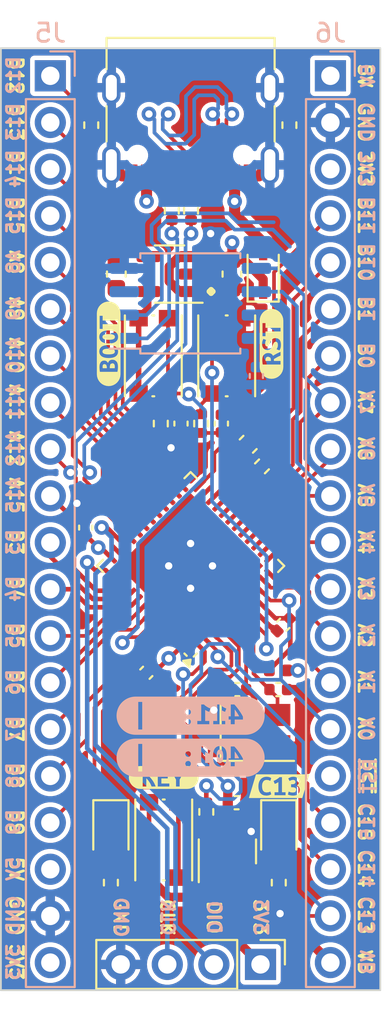
<source format=kicad_pcb>
(kicad_pcb (version 20240108) (generator "pcbnew") (generator_version "8.0")
  (layers (0 "F.Cu" signal) (1 "In1.Cu" signal) (2 "In2.Cu" signal) (31 "B.Cu" signal) (34 "B.Paste" user) (35 "F.Paste" user) (36 "B.SilkS" user "B.Silkscreen") (37 "F.SilkS" user "F.Silkscreen") (38 "B.Mask" user) (39 "F.Mask" user) (44 "Edge.Cuts" user))
  (net 0 "")
  (net 1 "GND")
  (net 2 "/XIN")
  (net 3 "/XOUT")
  (net 4 "/PC14")
  (net 5 "/PC15")
  (net 6 "/~{NRST}")
  (net 7 "VCC")
  (net 8 "+3V3")
  (net 9 "VBAT")
  (net 10 "VDDA")
  (net 11 "VBUS")
  (net 12 "Net-(D2-A)")
  (net 13 "Net-(D3-A)")
  (net 14 "/VB")
  (net 15 "Net-(J1-CC1)")
  (net 17 "Net-(J1-CC2)")
  (net 19 "/PA13")
  (net 20 "/PA14")
  (net 21 "/PB12")
  (net 22 "/PB13")
  (net 23 "/PB14")
  (net 24 "/PB15")
  (net 25 "/PA8")
  (net 26 "/PA9")
  (net 27 "/PA10")
  (net 28 "/PA15")
  (net 29 "/PB3")
  (net 30 "/PB4")
  (net 31 "/PB5")
  (net 32 "/PB6")
  (net 33 "/PB7")
  (net 34 "/PB8")
  (net 35 "/PB9")
  (net 36 "/PB10")
  (net 37 "/PB1")
  (net 38 "/PB0")
  (net 39 "/MEM_MOSI")
  (net 40 "/MEM_MISO")
  (net 41 "/MEM_CLK")
  (net 42 "/PA4")
  (net 43 "/PA3")
  (net 44 "/PA2")
  (net 45 "/PA1")
  (net 46 "/PA0")
  (net 47 "/PC13")
  (net 48 "/BOOT0")
  (net 49 "/PB2")
  (net 50 "Net-(R10-Pad2)")
  (net 52 "/D+")
  (net 53 "/D-")
  (net 54 "Net-(U6-VCAP1)")
  (net 55 "/USB_DP")
  (net 56 "/USB_DN")
  (footprint "Capacitor_SMD:C_0402_1005Metric" (layer "F.Cu") (at 152.6712 118.3232)
    (property "Reference" "C9" (hide yes))
    (property "Value" "100n")
  )
  (footprint "Resistor_SMD:R_0402_1005Metric" (layer "F.Cu") (at 154.056024 100.020176 45)
    (property "Reference" "R9" (hide yes))
    (property "Value" "10K")
  )
  (footprint "Resistor_SMD:R_0402_1005Metric" (layer "F.Cu") (at 148.5412 97.691 -90)
    (property "Reference" "R6" (hide yes))
    (property "Value" "10K")
  )
  (footprint "Capacitor_SMD:C_0402_1005Metric" (layer "F.Cu") (at 144.4498 103.3526 90)
    (property "Reference" "C10" (hide yes))
    (property "Value" "100n")
  )
  (footprint "Capacitor_SMD:C_0402_1005Metric" (layer "F.Cu") (at 154.9426 112.1664 180)
    (property "Reference" "C2" (hide yes))
    (property "Value" "20p")
  )
  (footprint "Package_DFN_QFN:QFN-48-1EP_7x7mm_P0.5mm_EP5.6x5.6mm" (layer "F.Cu") (at 150.1648 105.4354 135)
    (property "Reference" "U6" (hide yes))
    (property "Value" "STM32F411CEUx")
  )
  (footprint "Button_Switch_SMD:SW_Push_1P1T_NO_CK_KMR2" (layer "F.Cu") (at 148.7 120.35 -90)
    (property "Reference" "SW3" (hide yes))
    (property "Value" "SW_Push")
  )
  (footprint "Connector_PinHeader_2.54mm:PinHeader_1x04_P2.54mm_Vertical" (layer "F.Cu") (at 153.9748 127.124 -90)
    (property "Reference" "J7" (hide yes))
    (property "Value" "ST-LINK")
  )
  (footprint "kibuzzard-63FDCD3E" (layer "F.Cu") (at 154.9908 117.4242)
    (property "Reference" "kibuzzard-63FDCD3E" (hide yes))
    (property "Value" "G***" (hide yes))
  )
  (footprint "Capacitor_SMD:C_0402_1005Metric" (layer "F.Cu") (at 149.6412 97.691 -90)
    (property "Reference" "C5" (hide yes))
    (property "Value" "100n")
  )
  (footprint "kibuzzard-63FDC3E6" (layer "F.Cu") (at 148.7 116.95)
    (property "Reference" "kibuzzard-63FDC3E6" (hide yes))
    (property "Value" "G***" (hide yes))
  )
  (footprint "Crystal:Crystal_SMD_3225-4Pin_3.2x2.5mm" (layer "F.Cu") (at 153.8026 114.3984)
    (property "Reference" "Y2" (hide yes))
    (property "Value" "8MHz")
  )
  (footprint "Capacitor_SMD:C_0603_1608Metric" (layer "F.Cu") (at 153.303608 98.816792 45)
    (property "Reference" "C14" (hide yes))
    (property "Value" "22u")
  )
  (footprint "Button_Switch_SMD:SW_Push_1P1T_NO_CK_KMR2" (layer "F.Cu") (at 148.1328 94.0054 90)
    (property "Reference" "SW1" (hide yes))
    (property "Value" "SW_Push")
  )
  (footprint "Inductor_SMD:L_0402_1005Metric" (layer "F.Cu") (at 154.94 111.125)
    (property "Reference" "FB2" (hide yes))
    (property "Value" "1K 100MHz")
  )
  (footprint "LED_SMD:LED_0805_2012Metric" (layer "F.Cu") (at 154.9712 119.8732 -90)
    (property "Reference" "D3" (hide yes))
    (property "Value" "GREEN")
  )
  (footprint "Capacitor_SMD:C_0402_1005Metric" (layer "F.Cu") (at 151.8412 97.691 90)
    (property "Reference" "C11" (hide yes))
    (property "Value" "100n")
  )
  (footprint "Button_Switch_SMD:SW_Push_1P1T_NO_CK_KMR2" (layer "F.Cu") (at 152.1328 94.0054 90)
    (property "Reference" "SW2" (hide yes))
    (property "Value" "SW_Push")
  )
  (footprint "Resistor_SMD:R_0402_1005Metric" (layer "F.Cu") (at 150.7412 97.691 -90)
    (property "Reference" "R5" (hide yes))
    (property "Value" "10K")
  )
  (footprint "Connector_USB:USB_C_Receptacle_G-Switch_GT-USB-7010ASV" (layer "F.Cu") (at 150.1648 80.48783 180)
    (property "Reference" "J1" (hide yes))
    (property "Value" "USB_C_Receptacle_USB2.0")
  )
  (footprint "Resistor_SMD:R_0402_1005Metric" (layer "F.Cu") (at 144.75 81.45 90)
    (property "Reference" "R2" (hide yes))
    (property "Value" "5K1")
  )
  (footprint "Resistor_SMD:R_0402_1005Metric" (layer "F.Cu") (at 154.9712 122.6732 -90)
    (property "Reference" "R8" (hide yes))
    (property "Value" "2K2")
  )
  (footprint "Resistor_SMD:R_0402_1005Metric" (layer "F.Cu") (at 150.1902 86.106 -90)
    (property "Reference" "R3" (hide yes))
    (property "Value" "22R")
  )
  (footprint "kibuzzard-63FDC36C" (layer "F.Cu") (at 145.7 93.35 90)
    (property "Reference" "kibuzzard-63FDC36C" (hide yes))
    (property "Value" "G***" (hide yes))
  )
  (footprint "Capacitor_SMD:C_0402_1005Metric" (layer "F.Cu") (at 155.2194 108.6358 -135)
    (property "Reference" "C13" (hide yes))
    (property "Value" "100n")
  )
  (footprint "Capacitor_SMD:C_0402_1005Metric" (layer "F.Cu") (at 150.05 113.25 180)
    (property "Reference" "C4" (hide yes))
    (property "Value" "22p")
  )
  (footprint "Crystal:Crystal_SMD_3215-2Pin_3.2x1.5mm" (layer "F.Cu") (at 149.1 114.95)
    (property "Reference" "Y1" (hide yes))
    (property "Value" "32.768KHz")
  )
  (footprint "Capacitor_SMD:C_0402_1005Metric" (layer "F.Cu") (at 147.7518 111.252 -135)
    (property "Reference" "C12" (hide yes))
    (property "Value" "100n")
  )
  (footprint "LED_SMD:LED_0805_2012Metric" (layer "F.Cu") (at 145.8212 119.8732 -90)
    (property "Reference" "D2" (hide yes))
    (property "Value" "RED")
  )
  (footprint "Resistor_SMD:R_0402_1005Metric" (layer "F.Cu") (at 145.8212 122.6732 -90)
    (property "Reference" "R7" (hide yes))
    (property "Value" "2K2")
  )
  (footprint "Diode_SMD:D_SOD-323" (layer "F.Cu") (at 154.1206 89.5554 90)
    (property "Reference" "D1" (hide yes))
    (property "Value" "1N5819")
  )
  (footprint "Package_TO_SOT_SMD:SOT-23-5" (layer "F.Cu") (at 149.018 89.5554 180)
    (property "Reference" "U1" (hide yes))
    (property "Value" "SPX3819M5-L-3-3")
  )
  (footprint "Resistor_SMD:R_0402_1005Metric" (layer "F.Cu") (at 155.55 81.45 90)
    (property "Reference" "R1" (hide yes))
    (property "Value" "5K1")
  )
  (footprint "Capacitor_SMD:C_0603_1608Metric" (layer "F.Cu") (at 146.118 89.5554 90)
    (property "Reference" "C7" (hide yes))
    (property "Value" "10u")
  )
  (footprint "Package_TO_SOT_SMD:SOT-23" (layer "F.Cu") (at 152.1712 120.9732 90)
    (property "Reference" "D4" (hide yes))
    (property "Value" "BAT54C")
  )
  (footprint "kibuzzard-63FDC37C" (layer "F.Cu") (at 154.575 93.35 90)
    (property "Reference" "kibuzzard-63FDC37C" (hide yes))
    (property "Value" "G***" (hide yes))
  )
  (footprint "Resistor_SMD:R_0402_1005Metric" (layer "F.Cu") (at 151.0212 118.8232 -90)
    (property "Reference" "R10" (hide yes))
    (property "Value" "330R")
  )
  (footprint "Capacitor_SMD:C_0402_1005Metric" (layer "F.Cu") (at 148.1 113.25)
    (property "Reference" "C3" (hide yes))
    (property "Value" "22p")
  )
  (footprint "Capacitor_SMD:C_0402_1005Metric" (layer "F.Cu") (at 152.7126 112.1664)
    (property "Reference" "C1" (hide yes))
    (property "Value" "20p")
  )
  (footprint "Resistor_SMD:R_0402_1005Metric" (layer "F.Cu") (at 149.14 86.106 -90)
    (property "Reference" "R4" (hide yes))
    (property "Value" "22R")
  )
  (footprint "Capacitor_SMD:C_0603_1608Metric" (layer "F.Cu") (at 152.418 89.5554 -90)
    (property "Reference" "C6" (hide yes))
    (property "Value" "4u7")
  )
  (footprint "Capacitor_SMD:C_0402_1005Metric" (layer "B.Cu") (at 153.75 95.1 90)
    (property "Reference" "C8" (hide yes))
    (property "Value" "100n")
  )
  (footprint "kibuzzard-663AE55A" (layer "B.Cu") (at 150.1648 115.8748 180)
    (property "Reference" "kibuzzard-663AE55A" (hide yes))
    (property "Value" "G***" (hide yes))
  )
  (footprint "Connector_PinHeader_2.54mm:PinHeader_1x20_P2.54mm_Vertical" (layer "B.Cu") (at 142.5194 78.7654 180)
    (property "Reference" "J5")
    (property "Value" "GPIO")
  )
  (footprint "Connector_PinHeader_2.54mm:PinHeader_1x20_P2.54mm_Vertical" (layer "B.Cu") (at 157.7848 78.7654 180)
    (property "Reference" "J6")
    (property "Value" "GPIO")
  )
  (footprint "Package_SO:SOIC-8_5.23x5.23mm_P1.27mm" (layer "B.Cu") (at 150.15 91.15)
    (property "Reference" "U2" (hide yes))
    (property "Value" "W25Q32JVSS")
  )
  (footprint "kibuzzard-663AE56E" (layer "B.Cu") (at 150.1648 113.5888 180)
    (property "Reference" "kibuzzard-663AE56E" (hide yes))
    (property "Value" "G***" (hide yes))
  )
  (gr_line (start 160.5028 128.5254) (end 160.5028 77.2654) (stroke (width 0.1)) (layer "Edge.Cuts"))
  (gr_line (start 139.8268 128.5254) (end 160.5028 128.5254) (stroke (width 0.1)) (layer "Edge.Cuts"))
  (gr_line (start 139.8268 128.5254) (end 139.8268 77.2654) (stroke (width 0.1)) (layer "Edge.Cuts"))
  (gr_line (start 139.8268 77.2654) (end 160.5028 77.2654) (stroke (width 0.1)) (layer "Edge.Cuts"))
  (gr_text "A3" (at 159.8422 106.69 90) (layer "B.SilkS") (effects (font (size 0.7 0.7)) (justify mirror)))
  (gr_text "A9" (at 140.5128 91.44 -270) (layer "B.SilkS") (effects (font (size 0.7 0.7)) (justify mirror)))
  (gr_text "5V" (at 159.8422 78.75 -270) (layer "B.SilkS") (effects (font (size 0.7 0.7)) (justify mirror)))
  (gr_text "CLK" (at 148.92 124.5616 -90) (layer "B.SilkS") (effects (font (size 0.7 0.7)) (justify mirror)))
  (gr_text "3V3" (at 154 124.5616 -90) (layer "B.SilkS") (effects (font (size 0.7 0.7)) (justify mirror)))
  (gr_text "GND" (at 140.5128 124.46 -270) (layer "B.SilkS") (effects (font (size 0.7 0.7)) (justify mirror)))
  (gr_text "B11" (at 159.8422 86.37 90) (layer "B.SilkS") (effects (font (size 0.7 0.7)) (justify mirror)))
  (gr_text "GND" (at 146.38 124.5616 -90) (layer "B.SilkS") (effects (font (size 0.7 0.7)) (justify mirror)))
  (gr_text "A5" (at 159.8422 101.61 90) (layer "B.SilkS") (effects (font (size 0.7 0.7)) (justify mirror)))
  (gr_text "A8" (at 140.5128 88.9 -270) (layer "B.SilkS") (effects (font (size 0.7 0.7)) (justify mirror)))
  (gr_text "C13" (at 159.8422 124.45 -270) (layer "B.SilkS") (effects (font (size 0.7 0.7)) (justify mirror)))
  (gr_text "A0" (at 159.8422 114.31 90) (layer "B.SilkS") (effects (font (size 0.7 0.7)) (justify mirror)))
  (gr_text "B12" (at 140.5128 78.74 -270) (layer "B.SilkS") (effects (font (size 0.7 0.7)) (justify mirror)))
  (gr_text "B10" (at 159.8422 88.91 90) (layer "B.SilkS") (effects (font (size 0.7 0.7)) (justify mirror)))
  (gr_text "A11" (at 140.5128 96.52 -270) (layer "B.SilkS") (effects (font (size 0.7 0.7)) (justify mirror)))
  (gr_text "DIO" (at 151.46 124.5616 -90) (layer "B.SilkS") (effects (font (size 0.7 0.7)) (justify mirror)))
  (gr_text "A12" (at 140.5128 99.06 -270) (layer "B.SilkS") (effects (font (size 0.7 0.7)) (justify mirror)))
  (gr_text "B5" (at 140.5128 109.22 -270) (layer "B.SilkS") (effects (font (size 0.7 0.7)) (justify mirror)))
  (gr_text "B6" (at 140.5128 111.76 -270) (layer "B.SilkS") (effects (font (size 0.7 0.7)) (justify mirror)))
  (gr_text "3V3" (at 159.8422 83.83 -270) (layer "B.SilkS") (effects (font (size 0.7 0.7)) (justify mirror)))
  (gr_text "A4" (at 159.8422 104.15 90) (layer "B.SilkS") (effects (font (size 0.7 0.7)) (justify mirror)))
  (gr_text "3V3" (at 140.5128 127 -270) (layer "B.SilkS") (effects (font (size 0.7 0.7)) (justify mirror)))
  (gr_text "A10" (at 140.5128 93.98 -270) (layer "B.SilkS") (effects (font (size 0.7 0.7)) (justify mirror)))
  (gr_text "A2" (at 159.8422 109.23 90) (layer "B.SilkS") (effects (font (size 0.7 0.7)) (justify mirror)))
  (gr_text "C15" (at 159.8422 119.37 -270) (layer "B.SilkS") (effects (font (size 0.7 0.7)) (justify mirror)))
  (gr_text "5V" (at 140.5128 121.92 -270) (layer "B.SilkS") (effects (font (size 0.7 0.7)) (justify mirror)))
  (gr_text "B15" (at 140.5128 86.36 -270) (layer "B.SilkS") (effects (font (size 0.7 0.7)) (justify mirror)))
  (gr_text "A6" (at 159.8422 99.07 90) (layer "B.SilkS") (effects (font (size 0.7 0.7)) (justify mirror)))
  (gr_text "A7" (at 159.8422 96.53 90) (layer "B.SilkS") (effects (font (size 0.7 0.7)) (justify mirror)))
  (gr_text "B14" (at 140.5128 83.82 -270) (layer "B.SilkS") (effects (font (size 0.7 0.7)) (justify mirror)))
  (gr_text "B1" (at 159.8422 91.45 90) (layer "B.SilkS") (effects (font (size 0.7 0.7)) (justify mirror)))
  (gr_text "B13" (at 140.5128 81.28 -270) (layer "B.SilkS") (effects (font (size 0.7 0.7)) (justify mirror)))
  (gr_text "B0" (at 159.8422 93.99 90) (layer "B.SilkS") (effects (font (size 0.7 0.7)) (justify mirror)))
  (gr_text "B3" (at 140.5128 104.14 -270) (layer "B.SilkS") (effects (font (size 0.7 0.7)) (justify mirror)))
  (gr_text "B8" (at 140.5128 116.84 -270) (layer "B.SilkS") (effects (font (size 0.7 0.7)) (justify mirror)))
  (gr_text "B7" (at 140.5128 114.3 -270) (layer "B.SilkS") (effects (font (size 0.7 0.7)) (justify mirror)))
  (gr_text "VB" (at 159.8422 127.01 -270) (layer "B.SilkS") (effects (font (size 0.7 0.7)) (justify mirror)))
  (gr_text "A15" (at 140.5128 101.6 -270) (layer "B.SilkS") (effects (font (size 0.7 0.7)) (justify mirror)))
  (gr_text "C14" (at 159.8422 121.91 -270) (layer "B.SilkS") (effects (font (size 0.7 0.7)) (justify mirror)))
  (gr_text "~{RST}" (at 159.9438 116.8654 -270) (layer "B.SilkS") (effects (font (size 0.7 0.7)) (justify mirror)))
  (gr_text "A1" (at 159.8422 111.77 90) (layer "B.SilkS") (effects (font (size 0.7 0.7)) (justify mirror)))
  (gr_text "GND" (at 159.8422 81.29 -270) (layer "B.SilkS") (effects (font (size 0.7 0.7)) (justify mirror)))
  (gr_text "B4" (at 140.5128 106.68 -270) (layer "B.SilkS") (effects (font (size 0.7 0.7)) (justify mirror)))
  (gr_text "B9" (at 140.5128 119.38 -270) (layer "B.SilkS") (effects (font (size 0.7 0.7)) (justify mirror)))
  (gr_text "A6" (at 159.6644 99.07 -90) (layer "F.SilkS") (effects (font (size 0.7 0.7))))
  (gr_text "B4" (at 140.6652 106.69 270) (layer "F.SilkS") (effects (font (size 0.7 0.7))))
  (gr_text "B8" (at 140.6652 116.85 270) (layer "F.SilkS") (effects (font (size 0.7 0.7))))
  (gr_text "DIO" (at 151.43 124.5616 270) (layer "F.SilkS") (effects (font (size 0.7 0.7))))
  (gr_text "VB" (at 159.6644 127.01 270) (layer "F.SilkS") (effects (font (size 0.7 0.7))))
  (gr_text "A5" (at 159.6644 101.61 -90) (layer "F.SilkS") (effects (font (size 0.7 0.7))))
  (gr_text "GND" (at 140.6652 124.47 270) (layer "F.SilkS") (effects (font (size 0.7 0.7))))
  (gr_text "B9" (at 140.6652 119.39 270) (layer "F.SilkS") (effects (font (size 0.7 0.7))))
  (gr_text "B6" (at 140.6652 111.77 270) (layer "F.SilkS") (effects (font (size 0.7 0.7))))
  (gr_text "A8" (at 140.6652 88.91 270) (layer "F.SilkS") (effects (font (size 0.7 0.7))))
  (gr_text "B3" (at 140.6652 104.15 270) (layer "F.SilkS") (effects (font (size 0.7 0.7))))
  (gr_text "GND" (at 159.6644 81.29 270) (layer "F.SilkS") (effects (font (size 0.7 0.7))))
  (gr_text "GND" (at 146.35 124.5616 270) (layer "F.SilkS") (effects (font (size 0.7 0.7))))
  (gr_text "A1" (at 159.6644 111.77 -90) (layer "F.SilkS") (effects (font (size 0.7 0.7))))
  (gr_text "." (at 151.2824 89.6874 0) (layer "F.SilkS") (effects (font (size 2 2) (thickness 0.3))))
  (gr_text "B14" (at 140.6652 83.83 270) (layer "F.SilkS") (effects (font (size 0.7 0.7))))
  (gr_text "C13" (at 159.6644 124.45 270) (layer "F.SilkS") (effects (font (size 0.7 0.7))))
  (gr_text "5V" (at 159.6644 78.75 270) (layer "F.SilkS") (effects (font (size 0.7 0.7))))
  (gr_text "CLK" (at 148.89 124.5616 270) (layer "F.SilkS") (effects (font (size 0.7 0.7))))
  (gr_text "~{RST}" (at 159.6644 116.8654 270) (layer "F.SilkS") (effects (font (size 0.7 0.7))))
  (gr_text "B7" (at 140.6652 114.31 270) (layer "F.SilkS") (effects (font (size 0.7 0.7))))
  (gr_text "B0" (at 159.6644 93.99 -90) (layer "F.SilkS") (effects (font (size 0.7 0.7))))
  (gr_text "B13" (at 140.6652 81.29 270) (layer "F.SilkS") (effects (font (size 0.7 0.7))))
  (gr_text "B11" (at 159.6644 86.37 -90) (layer "F.SilkS") (effects (font (size 0.7 0.7))))
  (gr_text "B12" (at 140.6652 78.75 270) (layer "F.SilkS") (effects (font (size 0.7 0.7))))
  (gr_text "C14" (at 159.6644 121.91 270) (layer "F.SilkS") (effects (font (size 0.7 0.7))))
  (gr_text "A12" (at 140.6652 99.07 270) (layer "F.SilkS") (effects (font (size 0.7 0.7))))
  (gr_text "B1" (at 159.6644 91.45 -90) (layer "F.SilkS") (effects (font (size 0.7 0.7))))
  (gr_text "A11" (at 140.6652 96.53 270) (layer "F.SilkS") (effects (font (size 0.7 0.7))))
  (gr_text "A7" (at 159.6644 96.53 -90) (layer "F.SilkS") (effects (font (size 0.7 0.7))))
  (gr_text "5V" (at 140.6652 121.93 270) (layer "F.SilkS") (effects (font (size 0.7 0.7))))
  (gr_text "A3" (at 159.6644 106.69 -90) (layer "F.SilkS") (effects (font (size 0.7 0.7))))
  (gr_text "A2" (at 159.6644 109.23 -90) (layer "F.SilkS") (effects (font (size 0.7 0.7))))
  (gr_text "A15" (at 140.6652 101.61 270) (layer "F.SilkS") (effects (font (size 0.7 0.7))))
  (gr_text "A9" (at 140.6652 91.45 270) (layer "F.SilkS") (effects (font (size 0.7 0.7))))
  (gr_text "3V3" (at 140.6652 127.01 270) (layer "F.SilkS") (effects (font (size 0.7 0.7))))
  (gr_text "A4" (at 159.6644 104.15 -90) (layer "F.SilkS") (effects (font (size 0.7 0.7))))
  (gr_text "3V3" (at 159.6644 83.83 270) (layer "F.SilkS") (effects (font (size 0.7 0.7))))
  (gr_text "A0" (at 159.6644 114.31 -90) (layer "F.SilkS") (effects (font (size 0.7 0.7))))
  (gr_text "A10" (at 140.6652 93.99 270) (layer "F.SilkS") (effects (font (size 0.7 0.7))))
  (gr_text "3V3" (at 153.97 124.5616 270) (layer "F.SilkS") (effects (font (size 0.7 0.7))))
  (gr_text "B5" (at 140.6652 109.23 270) (layer "F.SilkS") (effects (font (size 0.7 0.7))))
  (gr_text "B10" (at 159.6644 88.91 -90) (layer "F.SilkS") (effects (font (size 0.7 0.7))))
  (gr_text "B15" (at 140.6652 86.37 270) (layer "F.SilkS") (effects (font (size 0.7 0.7))))
  (gr_text "C15" (at 159.6644 119.37 270) (layer "F.SilkS") (effects (font (size 0.7 0.7))))
  (segment (start 144.4498 102.8726) (end 144.4498 102.5144) (width 0.25) (layer "F.Cu") (net 1))
  (segment (start 154.765272 108.975211) (end 154.879989 108.975211) (width 0.25) (layer "F.Cu") (net 1))
  (segment (start 153.851616 98.268784) (end 154.416648 98.833816) (width 0.5) (layer "F.Cu") (net 1))
  (segment (start 153.8848 84.21283) (end 154.4848 83.61283) (width 0.6) (layer "F.Cu") (net 1))
  (segment (start 153.12581 107.335749) (end 151.3586 105.568539) (width 0.25) (layer "F.Cu") (net 1))
  (segment (start 153.12581 107.335749) (end 154.765272 108.975211) (width 0.25) (layer "F.Cu") (net 1))
  (segment (start 146.9648 84.21283) (end 146.4448 84.21283) (width 0.6) (layer "F.Cu") (net 1))
  (segment (start 151.3586 105.568539) (end 151.3586 105.4354) (width 0.25) (layer "F.Cu") (net 1))
  (segment (start 150.1648 108.617381) (end 150.1648 105.4354) (width 0.25) (layer "F.Cu") (net 1))
  (segment (start 149.325111 109.45707) (end 150.1648 108.617381) (width 0.25) (layer "F.Cu") (net 1))
  (segment (start 144.4498 102.5144) (end 143.9672 102.0318) (width 0.25) (layer "F.Cu") (net 1))
  (segment (start 153.3648 84.21283) (end 153.8848 84.21283) (width 0.6) (layer "F.Cu") (net 1))
  (segment (start 154.416648 98.833816) (end 154.416648 99.659552) (width 0.5) (layer "F.Cu") (net 1))
  (segment (start 146.4448 84.21283) (end 145.8448 83.61283) (width 0.6) (layer "F.Cu") (net 1))
  (via (at 151.3586 105.4354) (size 0.8) (drill 0.4) (layers "F.Cu" "B.Cu") (net 1))
  (via (at 155.0416 124.3584) (size 0.8) (drill 0.4) (layers "F.Cu" "B.Cu") (net 1))
  (via (at 148.971 105.4354) (size 0.8) (drill 0.4) (layers "F.Cu" "B.Cu") (net 1))
  (via (at 150.1648 106.6546) (size 0.8) (drill 0.4) (layers "F.Cu" "B.Cu") (net 1))
  (via (at 149.098 99.0092) (size 0.8) (drill 0.4) (layers "F.Cu" "B.Cu") (net 1))
  (via (at 143.9672 102.0318) (size 0.8) (drill 0.4) (layers "F.Cu" "B.Cu") (net 1))
  (via (at 151.257 87.3506) (size 0.8) (drill 0.4) (layers "F.Cu" "B.Cu") (net 1))
  (via (at 151.4348 113.284) (size 0.8) (drill 0.4) (layers "F.Cu" "B.Cu") (net 1))
  (via (at 153.4668 119.888) (size 0.8) (drill 0.4) (layers "F.Cu" "B.Cu") (net 1))
  (via (at 150.1648 104.2162) (size 0.8) (drill 0.4) (layers "F.Cu" "B.Cu") (net 1))
  (segment (start 153.7026 112.6764) (end 153.1926 112.1664) (width 0.2) (layer "F.Cu") (net 2))
  (segment (start 153.7026 114.3484) (end 153.7026 112.6764) (width 0.2) (layer "F.Cu") (net 2))
  (segment (start 153.1926 109.523861) (end 152.065149 108.39641) (width 0.2) (layer "F.Cu") (net 2))
  (segment (start 153.1926 112.1664) (end 153.1926 109.523861) (width 0.2) (layer "F.Cu") (net 2))
  (segment (start 152.7026 115.2484) (end 152.8026 115.2484) (width 0.2) (layer "F.Cu") (net 2))
  (segment (start 152.8026 115.2484) (end 153.7026 114.3484) (width 0.2) (layer "F.Cu") (net 2))
  (segment (start 154.4626 112.1664) (end 153.5926 111.2964) (width 0.2) (layer "F.Cu") (net 3))
  (segment (start 153.5926 111.2964) (end 153.5926 109.216753) (width 0.2) (layer "F.Cu") (net 3))
  (segment (start 153.5926 109.216753) (end 152.418703 108.042856) (width 0.2) (layer "F.Cu") (net 3))
  (segment (start 154.9026 112.6064) (end 154.4626 112.1664) (width 0.2) (layer "F.Cu") (net 3))
  (segment (start 154.9026 113.5484) (end 154.9026 112.6064) (width 0.2) (layer "F.Cu") (net 3))
  (segment (start 152.3926 110.138073) (end 151.358043 109.103516) (width 0.2) (layer "F.Cu") (net 4))
  (segment (start 147.85 114.95) (end 147.85 114.5251) (width 0.2) (layer "F.Cu") (net 4))
  (segment (start 149.0916 116.605) (end 155.2892 116.605) (width 0.2) (layer "F.Cu") (net 4))
  (segment (start 147.85 114.95) (end 147.85 115.3634) (width 0.2) (layer "F.Cu") (net 4))
  (segment (start 149.614314 112.64) (end 151.173715 111.0806) (width 0.2) (layer "F.Cu") (net 4))
  (segment (start 155.2892 116.605) (end 156.1402 117.456) (width 0.2) (layer "F.Cu") (net 4))
  (segment (start 152.3926 110.853) (end 152.3926 110.138073) (width 0.2) (layer "F.Cu") (net 4))
  (segment (start 152.165 111.0806) (end 152.3926 110.853) (width 0.2) (layer "F.Cu") (net 4))
  (segment (start 149.19 112.64) (end 149.614314 112.64) (width 0.2) (layer "F.Cu") (net 4))
  (segment (start 147.85 115.3634) (end 149.0916 116.605) (width 0.2) (layer "F.Cu") (net 4))
  (segment (start 156.1402 120.3008) (end 157.7848 121.9454) (width 0.2) (layer "F.Cu") (net 4))
  (segment (start 148.58 113.7951) (end 148.58 113.25) (width 0.2) (layer "F.Cu") (net 4))
  (segment (start 156.1402 117.456) (end 156.1402 120.3008) (width 0.2) (layer "F.Cu") (net 4))
  (segment (start 151.173715 111.0806) (end 152.165 111.0806) (width 0.2) (layer "F.Cu") (net 4))
  (segment (start 148.58 113.25) (end 149.19 112.64) (width 0.2) (layer "F.Cu") (net 4))
  (segment (start 147.85 114.5251) (end 148.58 113.7951) (width 0.2) (layer "F.Cu") (net 4))
  (segment (start 152.7926 111.018685) (end 152.7926 109.830967) (width 0.2) (layer "F.Cu") (net 5))
  (segment (start 149.57 113.25) (end 151.3394 111.4806) (width 0.2) (layer "F.Cu") (net 5))
  (segment (start 149.57 113.756) (end 149.57 113.25) (width 0.2) (layer "F.Cu") (net 5))
  (segment (start 151.3394 111.4806) (end 152.330686 111.4806) (width 0.2) (layer "F.Cu") (net 5))
  (segment (start 152.7926 109.830967) (end 151.711596 108.749963) (width 0.2) (layer "F.Cu") (net 5))
  (segment (start 151.205 116.205) (end 155.454886 116.205) (width 0.2) (layer "F.Cu") (net 5))
  (segment (start 156.5402 117.290314) (end 156.5402 118.1608) (width 0.2) (layer "F.Cu") (net 5))
  (segment (start 156.5402 118.1608) (end 157.7848 119.4054) (width 0.2) (layer "F.Cu") (net 5))
  (segment (start 155.454886 116.205) (end 156.5402 117.290314) (width 0.2) (layer "F.Cu") (net 5))
  (segment (start 150.35 114.95) (end 150.35 115.35) (width 0.2) (layer "F.Cu") (net 5))
  (segment (start 150.35 114.95) (end 150.35 114.536) (width 0.2) (layer "F.Cu") (net 5))
  (segment (start 152.330686 111.4806) (end 152.7926 111.018685) (width 0.2) (layer "F.Cu") (net 5))
  (segment (start 150.35 115.35) (end 151.205 116.205) (width 0.2) (layer "F.Cu") (net 5))
  (segment (start 150.35 114.536) (end 149.57 113.756) (width 0.2) (layer "F.Cu") (net 5))
  (segment (start 152.772256 107.689303) (end 154.2926 109.209647) (width 0.2) (layer "F.Cu") (net 6))
  (segment (start 151.3328 94.9198) (end 151.3328 96.0554) (width 0.2) (layer "F.Cu") (net 6))
  (segment (start 149.6412 97.211) (end 150.7112 97.211) (width 0.2) (layer "F.Cu") (net 6))
  (segment (start 151.3328 91.9554) (end 151.3328 94.9198) (width 0.2) (layer "F.Cu") (net 6))
  (segment (start 150.7412 97.181) (end 150.7412 96.647) (width 0.2) (layer "F.Cu") (net 6))
  (segment (start 150.7412 96.647) (end 151.3328 96.0554) (width 0.2) (layer "F.Cu") (net 6))
  (segment (start 150.7112 97.211) (end 150.7412 97.181) (width 0.2) (layer "F.Cu") (net 6))
  (segment (start 154.2926 109.209647) (end 154.2926 109.9566) (width 0.2) (layer "F.Cu") (net 6))
  (via (at 151.3328 94.9198) (size 0.8) (drill 0.4) (layers "F.Cu" "B.Cu") (net 6))
  (via (at 154.2926 109.9566) (size 0.8) (drill 0.4) (layers "F.Cu" "B.Cu") (net 6))
  (segment (start 154.305 109.9442) (end 154.305 104.902) (width 0.2) (layer "B.Cu") (net 6))
  (segment (start 154.2926 109.9566) (end 154.305 109.9442) (width 0.2) (layer "B.Cu") (net 6))
  (segment (start 154.305 104.902) (end 151.3328 101.9298) (width 0.2) (layer "B.Cu") (net 6))
  (segment (start 151.3328 101.9298) (end 151.3328 94.9198) (width 0.2) (layer "B.Cu") (net 6))
  (segment (start 149.545 88.6054) (end 150.1555 88.6054) (width 0.5) (layer "F.Cu") (net 7))
  (segment (start 150.1555 88.6054) (end 152.243 88.6054) (width 0.5) (layer "F.Cu") (net 7))
  (segment (start 149.5521 90.5054) (end 148.9964 89.9497) (width 0.5) (layer "F.Cu") (net 7))
  (segment (start 154.1206 89.8332) (end 154.1206 90.6054) (width 0.5) (layer "F.Cu") (net 7))
  (segment (start 152.418 88.7804) (end 153.0678 88.7804) (width 0.5) (layer "F.Cu") (net 7))
  (segment (start 148.9964 89.154) (end 149.545 88.6054) (width 0.5) (layer "F.Cu") (net 7))
  (segment (start 150.1555 90.5054) (end 149.5521 90.5054) (width 0.5) (layer "F.Cu") (net 7))
  (segment (start 153.0678 88.7804) (end 154.1206 89.8332) (width 0.5) (layer "F.Cu") (net 7))
  (segment (start 152.418 87.8406) (end 152.4254 87.8332) (width 0.5) (layer "F.Cu") (net 7))
  (segment (start 148.9964 89.9497) (end 148.9964 89.154) (width 0.5) (layer "F.Cu") (net 7))
  (segment (start 152.243 88.6054) (end 152.418 88.7804) (width 0.5) (layer "F.Cu") (net 7))
  (segment (start 152.418 88.7804) (end 152.418 87.8406) (width 0.5) (layer "F.Cu") (net 7))
  (via (at 152.4254 87.8332) (size 0.8) (drill 0.4) (layers "F.Cu" "B.Cu") (net 7))
  (segment (start 146.4632 123.1832) (end 147.2464 122.4) (width 0.25) (layer "F.Cu") (net 8))
  (segment (start 145.8212 123.1832) (end 146.4632 123.1832) (width 0.25) (layer "F.Cu") (net 8))
  (segment (start 151.8412 98.933) (end 151.8412 98.171) (width 0.2) (layer "F.Cu") (net 8))
  (segment (start 151.4602 100.250913) (end 151.4602 99.314) (width 0.2) (layer "F.Cu") (net 8))
  (segment (start 144.523112 103.8326) (end 145.131928 104.441416) (width 0.25) (layer "F.Cu") (net 8))
  (segment (start 144.4498 103.8326) (end 144.523112 103.8326) (width 0.25) (layer "F.Cu") (net 8))
  (segment (start 147.9 118.3) (end 147.9 122.4) (width 0.25) (layer "F.Cu") (net 8))
  (segment (start 150.7412 98.201) (end 151.8112 98.201) (width 0.2) (layer "F.Cu") (net 8))
  (segment (start 147.3328 91.9554) (end 147.3328 96.0554) (width 0.3) (layer "F.Cu") (net 8))
  (segment (start 149.024687 110.4646) (end 148.971 110.4646) (width 0.25) (layer "F.Cu") (net 8))
  (segment (start 148.9694 123.4694) (end 147.9 122.4) (width 0.5) (layer "F.Cu") (net 8))
  (segment (start 147.3328 91.8844) (end 147.8805 91.3367) (width 0.3) (layer "F.Cu") (net 8))
  (segment (start 149.678664 109.810623) (end 149.024687 110.4646) (width 0.25) (layer "F.Cu") (net 8))
  (segment (start 151.2212 123.4694) (end 148.9694 123.4694) (width 0.5) (layer "F.Cu") (net 8))
  (segment (start 148.091211 110.912589) (end 148.523011 110.912589) (width 0.25) (layer "F.Cu") (net 8))
  (segment (start 145.789577 104.949264) (end 145.281729 104.441416) (width 0.25) (layer "F.Cu") (net 8))
  (segment (start 147.3328 91.9554) (end 147.3328 91.8844) (width 0.3) (layer "F.Cu") (net 8))
  (segment (start 151.2212 121.9107) (end 151.2212 124.3704) (width 0.5) (layer "F.Cu") (net 8))
  (segment (start 151.8112 98.201) (end 151.8412 98.171) (width 0.2) (layer "F.Cu") (net 8))
  (segment (start 147.8805 91.3367) (end 147.8805 90.5054) (width 0.3) (layer "F.Cu") (net 8))
  (segment (start 151.2212 121.9107) (end 151.2212 123.4694) (width 0.5) (layer "F.Cu") (net 8))
  (segment (start 145.281729 104.441416) (end 145.131928 104.441416) (width 0.25) (layer "F.Cu") (net 8))
  (segment (start 146.293 90.5054) (end 147.8805 90.5054) (width 0.5) (layer "F.Cu") (net 8))
  (segment (start 151.4602 99.314) (end 151.8412 98.933) (width 0.2) (layer "F.Cu") (net 8))
  (segment (start 150.650936 101.060177) (end 151.4602 100.250913) (width 0.2) (layer "F.Cu") (net 8))
  (segment (start 148.523011 110.912589) (end 148.971 110.4646) (width 0.25) (layer "F.Cu") (net 8))
  (segment (start 147.2464 122.4) (end 147.9 122.4) (width 0.25) (layer "F.Cu") (net 8))
  (segment (start 151.2212 124.3704) (end 153.9748 127.124) (width 0.5) (layer "F.Cu") (net 8))
  (segment (start 155.425 111.125) (end 156.0068 111.125) (width 0.25) (layer "F.Cu") (net 8))
  (segment (start 146.118 90.3304) (end 146.293 90.5054) (width 0.5) (layer "F.Cu") (net 8))
  (via (at 148.971 110.4646) (size 0.8) (drill 0.4) (layers "F.Cu" "B.Cu") (net 8))
  (via (at 145.131928 104.441416) (size 0.8) (drill 0.4) (layers "F.Cu" "B.Cu") (net 8))
  (via (at 156.0068 111.125) (size 0.8) (drill 0.4) (layers "F.Cu" "B.Cu") (net 8))
  (segment (start 153.75 93.055) (end 153.75 91.785) (width 0.3) (layer "B.Cu") (net 8))
  (segment (start 153.75 94.62) (end 153.75 93.055) (width 0.3) (layer "B.Cu") (net 8))
  (segment (start 152.1712 118.3432) (end 152.1912 118.3232) (width 0.5) (layer "F.Cu") (net 9))
  (segment (start 150.945917 110.648683) (end 150.2664 111.3282) (width 0.2) (layer "F.Cu") (net 9))
  (segment (start 150.650936 109.810623) (end 150.945917 110.105604) (width 0.2) (layer "F.Cu") (net 9))
  (segment (start 152.1912 117.4298) (end 152.1968 117.4242) (width 0.5) (layer "F.Cu") (net 9))
  (segment (start 150.2664 111.3282) (end 149.7584 111.3282) (width 0.2) (layer "F.Cu") (net 9))
  (segment (start 152.1912 118.3232) (end 152.1912 117.4298) (width 0.5) (layer "F.Cu") (net 9))
  (segment (start 150.945917 110.105604) (end 150.945917 110.648683) (width 0.2) (layer "F.Cu") (net 9))
  (segment (start 152.1712 120.0357) (end 152.1712 118.3432) (width 0.5) (layer "F.Cu") (net 9))
  (via (at 152.1968 117.4242) (size 0.8) (drill 0.4) (layers "F.Cu" "B.Cu") (net 9))
  (via (at 149.7584 111.3282) (size 0.8) (drill 0.4) (layers "F.Cu" "B.Cu") (net 9))
  (segment (start 149.7584 114.9858) (end 152.1968 117.4242) (width 0.2) (layer "B.Cu") (net 9))
  (segment (start 149.7584 111.3282) (end 149.7584 114.9858) (width 0.2) (layer "B.Cu") (net 9))
  (segment (start 154.455 111.125) (end 154.455 111.102696) (width 0.25) (layer "F.Cu") (net 10))
  (segment (start 153.479363 106.982196) (end 154.785431 108.288264) (width 0.25) (layer "F.Cu") (net 10))
  (segment (start 154.455 111.102696) (end 155.6004 109.957296) (width 0.25) (layer "F.Cu") (net 10))
  (segment (start 155.550686 108.288264) (end 155.558811 108.296389) (width 0.25) (layer "F.Cu") (net 10))
  (segment (start 155.6004 109.957296) (end 155.6004 108.337978) (width 0.25) (layer "F.Cu") (net 10))
  (segment (start 154.785431 108.288264) (end 155.550686 108.288264) (width 0.25) (layer "F.Cu") (net 10))
  (segment (start 155.6004 108.337978) (end 155.558811 108.296389) (width 0.25) (layer "F.Cu") (net 10))
  (segment (start 154.1206 87.852) (end 154.1206 88.5054) (width 0.6) (layer "F.Cu") (net 11))
  (segment (start 152.5648 84.21283) (end 152.5648 85.598) (width 0.6) (layer "F.Cu") (net 11))
  (segment (start 147.7648 84.21283) (end 147.7648 85.598) (width 0.6) (layer "F.Cu") (net 11))
  (segment (start 152.5648 86.2962) (end 154.1206 87.852) (width 0.6) (layer "F.Cu") (net 11))
  (segment (start 152.5648 85.598) (end 152.5648 86.2962) (width 0.6) (layer "F.Cu") (net 11))
  (via (at 147.7648 85.598) (size 0.8) (drill 0.4) (layers "F.Cu" "B.Cu") (net 11))
  (via (at 152.5648 85.598) (size 0.8) (drill 0.4) (layers "F.Cu" "B.Cu") (net 11))
  (segment (start 145.8212 122.1632) (end 145.8212 120.8107) (width 0.25) (layer "F.Cu") (net 12))
  (segment (start 154.9712 122.1632) (end 154.9712 120.8107) (width 0.2) (layer "F.Cu") (net 13))
  (segment (start 153.8224 125.349) (end 156.1084 125.349) (width 0.5) (layer "F.Cu") (net 14))
  (segment (start 153.1212 124.6478) (end 153.8224 125.349) (width 0.5) (layer "F.Cu") (net 14))
  (segment (start 153.1212 121.9107) (end 153.1212 124.6478) (width 0.5) (layer "F.Cu") (net 14))
  (segment (start 156.1084 125.349) (end 157.7848 127.0254) (width 0.5) (layer "F.Cu") (net 14))
  (segment (start 151.4148 83.1796) (end 152.6344 81.96) (width 0.25) (layer "F.Cu") (net 15))
  (segment (start 151.4148 84.21283) (end 151.4148 83.1796) (width 0.25) (layer "F.Cu") (net 15))
  (segment (start 152.6344 81.96) (end 155.55 81.96) (width 0.25) (layer "F.Cu") (net 15))
  (segment (start 148.4148 82.832) (end 147.5428 81.96) (width 0.25) (layer "F.Cu") (net 17))
  (segment (start 147.5428 81.96) (end 144.75 81.96) (width 0.25) (layer "F.Cu") (net 17))
  (segment (start 148.4148 84.21283) (end 148.4148 82.832) (width 0.25) (layer "F.Cu") (net 17))
  (segment (start 145.601686 103.347159) (end 145.318841 103.347159) (width 0.25) (layer "F.Cu") (net 19))
  (segment (start 146.496684 104.242157) (end 145.601686 103.347159) (width 0.25) (layer "F.Cu") (net 19))
  (via (at 145.318841 103.347159) (size 0.8) (drill 0.4) (layers "F.Cu" "B.Cu") (net 19))
  (segment (start 144.979442 105.870958) (end 144.979442 115.183846) (width 0.25) (layer "B.Cu") (net 19))
  (segment (start 149.3448 125.034) (end 151.4348 127.124) (width 0.25) (layer "B.Cu") (net 19))
  (segment (start 145.856928 103.885246) (end 145.856928 104.993472) (width 0.25) (layer "B.Cu") (net 19))
  (segment (start 149.3448 119.549204) (end 149.3448 125.034) (width 0.25) (layer "B.Cu") (net 19))
  (segment (start 144.979442 115.183846) (end 149.3448 119.549204) (width 0.25) (layer "B.Cu") (net 19))
  (segment (start 145.856928 104.993472) (end 144.979442 105.870958) (width 0.25) (layer "B.Cu") (net 19))
  (segment (start 145.318841 103.347159) (end 145.856928 103.885246) (width 0.25) (layer "B.Cu") (net 19))
  (segment (start 145.789577 105.921536) (end 145.532041 105.664) (width 0.25) (layer "F.Cu") (net 20))
  (segment (start 144.953893 105.664) (end 144.529442 105.239549) (width 0.25) (layer "F.Cu") (net 20))
  (segment (start 145.532041 105.664) (end 144.953893 105.664) (width 0.25) (layer "F.Cu") (net 20))
  (via (at 144.529442 105.239549) (size 0.8) (drill 0.4) (layers "F.Cu" "B.Cu") (net 20))
  (segment (start 148.8948 127.124) (end 148.8948 119.7356) (width 0.25) (layer "B.Cu") (net 20))
  (segment (start 148.8948 119.7356) (end 144.529442 115.370242) (width 0.25) (layer "B.Cu") (net 20))
  (segment (start 144.529442 115.370242) (end 144.529442 105.239549) (width 0.25) (layer "B.Cu") (net 20))
  (segment (start 142.5194 78.7654) (end 143.8148 80.0608) (width 0.2) (layer "F.Cu") (net 21))
  (segment (start 147.77 97.986) (end 147.77 99.151513) (width 0.2) (layer "F.Cu") (net 21))
  (segment (start 144.291 84.485628) (end 145.343 85.537628) (width 0.2) (layer "F.Cu") (net 21))
  (segment (start 145.343 85.537628) (end 145.343 90.9618) (width 0.2) (layer "F.Cu") (net 21))
  (segment (start 143.8148 80.0608) (end 143.8148 82.035114) (width 0.2) (layer "F.Cu") (net 21))
  (segment (start 143.8148 82.035114) (end 144.291 82.511314) (width 0.2) (layer "F.Cu") (net 21))
  (segment (start 146.4694 92.0882) (end 146.4694 96.6854) (width 0.2) (layer "F.Cu") (net 21))
  (segment (start 146.4694 96.6854) (end 147.77 97.986) (width 0.2) (layer "F.Cu") (net 21))
  (segment (start 145.343 90.9618) (end 146.4694 92.0882) (width 0.2) (layer "F.Cu") (net 21))
  (segment (start 147.77 99.151513) (end 149.678664 101.060177) (width 0.2) (layer "F.Cu") (net 21))
  (segment (start 144.291 82.511314) (end 144.291 84.485628) (width 0.2) (layer "F.Cu") (net 21))
  (segment (start 144.943 85.703314) (end 144.943 91.127486) (width 0.2) (layer "F.Cu") (net 22))
  (segment (start 147.37 98.151686) (end 147.37 99.458619) (width 0.2) (layer "F.Cu") (net 22))
  (segment (start 146.0694 96.851086) (end 147.37 98.151686) (width 0.2) (layer "F.Cu") (net 22))
  (segment (start 143.891 84.651314) (end 144.943 85.703314) (width 0.2) (layer "F.Cu") (net 22))
  (segment (start 147.37 99.458619) (end 149.325111 101.41373) (width 0.2) (layer "F.Cu") (net 22))
  (segment (start 144.943 91.127486) (end 146.0694 92.253886) (width 0.2) (layer "F.Cu") (net 22))
  (segment (start 146.0694 92.253886) (end 146.0694 96.851086) (width 0.2) (layer "F.Cu") (net 22))
  (segment (start 143.891 82.677) (end 143.891 84.651314) (width 0.2) (layer "F.Cu") (net 22))
  (segment (start 142.5194 81.3054) (end 143.891 82.677) (width 0.2) (layer "F.Cu") (net 22))
  (segment (start 145.6694 97.016772) (end 146.97 98.317372) (width 0.2) (layer "F.Cu") (net 23))
  (segment (start 142.5194 83.8454) (end 144.543 85.869) (width 0.2) (layer "F.Cu") (net 23))
  (segment (start 144.543 85.869) (end 144.543 91.293172) (width 0.2) (layer "F.Cu") (net 23))
  (segment (start 144.543 91.293172) (end 145.6694 92.419572) (width 0.2) (layer "F.Cu") (net 23))
  (segment (start 146.97 99.765727) (end 148.971557 101.767284) (width 0.2) (layer "F.Cu") (net 23))
  (segment (start 145.6694 92.419572) (end 145.6694 97.016772) (width 0.2) (layer "F.Cu") (net 23))
  (segment (start 146.97 98.317372) (end 146.97 99.765727) (width 0.2) (layer "F.Cu") (net 23))
  (segment (start 142.5194 86.3854) (end 144.143 88.009) (width 0.2) (layer "F.Cu") (net 24))
  (segment (start 146.57 98.483058) (end 146.57 100.072833) (width 0.2) (layer "F.Cu") (net 24))
  (segment (start 144.143 91.458858) (end 145.2694 92.585258) (width 0.2) (layer "F.Cu") (net 24))
  (segment (start 145.2694 92.585258) (end 145.2694 97.182458) (width 0.2) (layer "F.Cu") (net 24))
  (segment (start 145.2694 97.182458) (end 146.57 98.483058) (width 0.2) (layer "F.Cu") (net 24))
  (segment (start 146.57 100.072833) (end 148.618004 102.120837) (width 0.2) (layer "F.Cu") (net 24))
  (segment (start 144.143 88.009) (end 144.143 91.458858) (width 0.2) (layer "F.Cu") (net 24))
  (segment (start 144.8694 92.750944) (end 144.8694 97.348144) (width 0.2) (layer "F.Cu") (net 25))
  (segment (start 146.17 98.648744) (end 146.17 100.379939) (width 0.2) (layer "F.Cu") (net 25))
  (segment (start 144.8694 97.348144) (end 146.17 98.648744) (width 0.2) (layer "F.Cu") (net 25))
  (segment (start 143.6878 91.569344) (end 144.8694 92.750944) (width 0.2) (layer "F.Cu") (net 25))
  (segment (start 143.6878 90.0938) (end 143.6878 91.569344) (width 0.2) (layer "F.Cu") (net 25))
  (segment (start 142.5194 88.9254) (end 143.6878 90.0938) (width 0.2) (layer "F.Cu") (net 25))
  (segment (start 146.17 100.379939) (end 148.264451 102.47439) (width 0.2) (layer "F.Cu") (net 25))
  (segment (start 145.77 98.81443) (end 145.77 100.687047) (width 0.2) (layer "F.Cu") (net 26))
  (segment (start 144.4694 97.51383) (end 145.77 98.81443) (width 0.2) (layer "F.Cu") (net 26))
  (segment (start 142.5194 91.4654) (end 144.4694 93.4154) (width 0.2) (layer "F.Cu") (net 26))
  (segment (start 144.4694 93.4154) (end 144.4694 97.51383) (width 0.2) (layer "F.Cu") (net 26))
  (segment (start 145.77 100.687047) (end 147.910897 102.827944) (width 0.2) (layer "F.Cu") (net 26))
  (segment (start 144.0694 97.679516) (end 145.37 98.980116) (width 0.2) (layer "F.Cu") (net 27))
  (segment (start 142.5194 94.0054) (end 144.0694 95.5554) (width 0.2) (layer "F.Cu") (net 27))
  (segment (start 145.37 98.980116) (end 145.37 100.994153) (width 0.2) (layer "F.Cu") (net 27))
  (segment (start 145.37 100.994153) (end 147.557344 103.181497) (width 0.2) (layer "F.Cu") (net 27))
  (segment (start 144.0694 95.5554) (end 144.0694 97.679516) (width 0.2) (layer "F.Cu") (net 27))
  (segment (start 145.017196 106.7888) (end 143.804442 105.576046) (width 0.25) (layer "F.Cu") (net 28))
  (segment (start 143.804442 105.576046) (end 143.804442 102.910442) (width 0.25) (layer "F.Cu") (net 28))
  (segment (start 145.629419 106.7888) (end 145.017196 106.7888) (width 0.25) (layer "F.Cu") (net 28))
  (segment (start 146.14313 106.275089) (end 145.629419 106.7888) (width 0.25) (layer "F.Cu") (net 28))
  (segment (start 143.804442 102.910442) (end 142.5194 101.6254) (width 0.25) (layer "F.Cu") (net 28))
  (segment (start 145.886527 107.2388) (end 146.496684 106.628643) (width 0.25) (layer "F.Cu") (net 29))
  (segment (start 142.5194 104.1654) (end 142.5194 104.9274) (width 0.25) (layer "F.Cu") (net 29))
  (segment (start 142.5194 104.9274) (end 144.8308 107.2388) (width 0.25) (layer "F.Cu") (net 29))
  (segment (start 144.8308 107.2388) (end 145.886527 107.2388) (width 0.25) (layer "F.Cu") (net 29))
  (segment (start 142.5194 106.7054) (end 143.661004 106.7054) (width 0.25) (layer "F.Cu") (net 30))
  (segment (start 146.143633 107.6888) (end 146.850237 106.982196) (width 0.25) (layer "F.Cu") (net 30))
  (segment (start 143.661004 106.7054) (end 144.644404 107.6888) (width 0.25) (layer "F.Cu") (net 30))
  (segment (start 144.644404 107.6888) (end 146.143633 107.6888) (width 0.25) (layer "F.Cu") (net 30))
  (segment (start 147.20379 107.335749) (end 146.425739 108.1138) (width 0.2) (layer "F.Cu") (net 31))
  (segment (start 146.425739 108.1138) (end 145.625314 108.1138) (width 0.2) (layer "F.Cu") (net 31))
  (segment (start 145.625314 108.1138) (end 144.493714 109.2454) (width 0.2) (layer "F.Cu") (net 31))
  (segment (start 144.493714 109.2454) (end 142.5194 109.2454) (width 0.2) (layer "F.Cu") (net 31))
  (segment (start 147.557344 107.689303) (end 146.732847 108.5138) (width 0.2) (layer "F.Cu") (net 32))
  (segment (start 146.732847 108.5138) (end 145.791 108.5138) (width 0.2) (layer "F.Cu") (net 32))
  (segment (start 145.791 108.5138) (end 142.5194 111.7854) (width 0.2) (layer "F.Cu") (net 32))
  (segment (start 147.910897 108.042856) (end 147.039953 108.9138) (width 0.2) (layer "F.Cu") (net 33))
  (segment (start 145.956686 108.9138) (end 143.9418 110.928686) (width 0.2) (layer "F.Cu") (net 33))
  (segment (start 147.039953 108.9138) (end 145.956686 108.9138) (width 0.2) (layer "F.Cu") (net 33))
  (segment (start 143.9418 110.928686) (end 143.9418 112.903) (width 0.2) (layer "F.Cu") (net 33))
  (segment (start 143.9418 112.903) (end 142.5194 114.3254) (width 0.2) (layer "F.Cu") (net 33))
  (segment (start 144.526 112.841967) (end 144.526 114.8588) (width 0.2) (layer "F.Cu") (net 34))
  (segment (start 148.618004 108.749963) (end 144.526 112.841967) (width 0.2) (layer "F.Cu") (net 34))
  (segment (start 144.526 114.8588) (end 142.5194 116.8654) (width 0.2) (layer "F.Cu") (net 34))
  (segment (start 144.926 116.9988) (end 142.5194 119.4054) (width 0.2) (layer "F.Cu") (net 35))
  (segment (start 148.971557 109.103516) (end 144.926 113.149073) (width 0.2) (layer "F.Cu") (net 35))
  (segment (start 144.926 113.149073) (end 144.926 116.9988) (width 0.2) (layer "F.Cu") (net 35))
  (segment (start 152.4186 100.797816) (end 153.620884 99.595532) (width 0.2) (layer "F.Cu") (net 36))
  (segment (start 152.908 97.6249) (end 154.7114 95.8215) (width 0.2) (layer "F.Cu") (net 36))
  (segment (start 154.7114 89.4588) (end 157.7848 86.3854) (width 0.2) (layer "F.Cu") (net 36))
  (segment (start 153.620884 99.595532) (end 153.620884 99.137884) (width 0.2) (layer "F.Cu") (net 36))
  (segment (start 154.7114 95.8215) (end 154.7114 89.4588) (width 0.2) (layer "F.Cu") (net 36))
  (segment (start 152.908 98.425) (end 152.908 97.6249) (width 0.2) (layer "F.Cu") (net 36))
  (segment (start 153.620884 99.137884) (end 152.908 98.425) (width 0.2) (layer "F.Cu") (net 36))
  (segment (start 151.711596 102.120837) (end 152.4186 101.413833) (width 0.2) (layer "F.Cu") (net 36))
  (segment (start 152.4186 101.413833) (end 152.4186 100.797816) (width 0.2) (layer "F.Cu") (net 36))
  (segment (start 156.1656 97.033228) (end 156.1656 93.0846) (width 0.2) (layer "F.Cu") (net 37))
  (segment (start 154.383247 100.8634) (end 154.807509 100.8634) (width 0.2) (layer "F.Cu") (net 37))
  (segment (start 152.418703 102.827944) (end 154.383247 100.8634) (width 0.2) (layer "F.Cu") (net 37))
  (segment (start 155.7402 99.930709) (end 155.7402 97.458628) (width 0.2) (layer "F.Cu") (net 37))
  (segment (start 154.807509 100.8634) (end 155.7402 99.930709) (width 0.2) (layer "F.Cu") (net 37))
  (segment (start 155.7402 97.458628) (end 156.1656 97.033228) (width 0.2) (layer "F.Cu") (net 37))
  (segment (start 156.1656 93.0846) (end 157.7848 91.4654) (width 0.2) (layer "F.Cu") (net 37))
  (segment (start 152.772256 103.181497) (end 154.690353 101.2634) (width 0.2) (layer "F.Cu") (net 38))
  (segment (start 156.1402 100.096395) (end 156.1402 97.624314) (width 0.2) (layer "F.Cu") (net 38))
  (segment (start 154.973195 101.2634) (end 156.1402 100.096395) (width 0.2) (layer "F.Cu") (net 38))
  (segment (start 154.690353 101.2634) (end 154.973195 101.2634) (width 0.2) (layer "F.Cu") (net 38))
  (segment (start 156.1402 97.624314) (end 156.5656 97.198914) (width 0.2) (layer "F.Cu") (net 38))
  (segment (start 156.5656 97.198914) (end 156.5656 95.2246) (width 0.2) (layer "F.Cu") (net 38))
  (segment (start 156.5656 95.2246) (end 157.7848 94.0054) (width 0.2) (layer "F.Cu") (net 38))
  (segment (start 155.138881 101.6634) (end 156.5402 100.262081) (width 0.2) (layer "F.Cu") (net 39))
  (segment (start 156.5402 97.79) (end 157.7848 96.5454) (width 0.2) (layer "F.Cu") (net 39))
  (segment (start 156.5402 100.262081) (end 156.5402 97.79) (width 0.2) (layer "F.Cu") (net 39))
  (segment (start 154.997461 101.6634) (end 155.138881 101.6634) (width 0.2) (layer "F.Cu") (net 39))
  (segment (start 153.12581 103.535051) (end 154.997461 101.6634) (width 0.2) (layer "F.Cu") (net 39))
  (segment (start 156.3624 90.7288) (end 156.3624 95.123) (width 0.2) (layer "B.Cu") (net 39))
  (segment (start 156.3624 95.123) (end 157.7848 96.5454) (width 0.2) (layer "B.Cu") (net 39))
  (segment (start 154.8786 89.245) (end 156.3624 90.7288) (width 0.2) (layer "B.Cu") (net 39))
  (segment (start 153.75 89.245) (end 154.8786 89.245) (width 0.2) (layer "B.Cu") (net 39))
  (segment (start 157.7848 99.583167) (end 157.7848 99.0854) (width 0.2) (layer "F.Cu") (net 40))
  (segment (start 153.479363 103.888604) (end 157.7848 99.583167) (width 0.2) (layer "F.Cu") (net 40))
  (segment (start 148.684365 86.2506) (end 152.246685 86.2506) (width 0.2) (layer "B.Cu") (net 40))
  (segment (start 148.5964 90.951) (end 148.5964 88.362636) (width 0.2) (layer "B.Cu") (net 40))
  (segment (start 145.8656 91.98317) (end 146.235485 91.613285) (width 0.2) (layer "B.Cu") (net 40))
  (segment (start 152.246685 86.2506) (end 152.729286 86.7332) (width 0.2) (layer "B.Cu") (net 40))
  (segment (start 147.7624 91.785) (end 148.5964 90.951) (width 0.2) (layer "B.Cu") (net 40))
  (segment (start 146.55 91.785) (end 147.7624 91.785) (width 0.2) (layer "B.Cu") (net 40))
  (segment (start 148.5964 88.362636) (end 148.04 87.806235) (width 0.2) (layer "B.Cu") (net 40))
  (segment (start 152.729286 86.7332) (end 154.6938 86.7332) (width 0.2) (layer "B.Cu") (net 40))
  (segment (start 148.04 86.894964) (end 148.684365 86.2506) (width 0.2) (layer "B.Cu") (net 40))
  (segment (start 148.04 87.806235) (end 148.04 86.894964) (width 0.2) (layer "B.Cu") (net 40))
  (segment (start 156.449673 101.6254) (end 157.7848 101.6254) (width 0.2) (layer "F.Cu") (net 41))
  (segment (start 153.832916 104.242157) (end 156.449673 101.6254) (width 0.2) (layer "F.Cu") (net 41))
  (segment (start 155.158 90.515) (end 155.9624 91.3194) (width 0.2) (layer "B.Cu") (net 41))
  (segment (start 155.9624 91.3194) (end 155.9624 99.803) (width 0.2) (layer "B.Cu") (net 41))
  (segment (start 153.75 90.515) (end 155.158 90.515) (width 0.2) (layer "B.Cu") (net 41))
  (segment (start 155.9624 99.803) (end 157.7848 101.6254) (width 0.2) (layer "B.Cu") (net 41))
  (segment (start 157.7658 104.1464) (end 157.7848 104.1654) (width 0.2) (layer "F.Cu") (net 42))
  (segment (start 154.18647 104.595711) (end 154.635781 104.1464) (width 0.2) (layer "F.Cu") (net 42))
  (segment (start 154.635781 104.1464) (end 157.7658 104.1464) (width 0.2) (layer "F.Cu") (net 42))
  (segment (start 148.9964 88.19695) (end 148.44 87.64055) (width 0.2) (layer "B.Cu") (net 42))
  (segment (start 152.5636 87.1332) (end 154.6464 87.1332) (width 0.2) (layer "B.Cu") (net 42))
  (segment (start 148.44 87.06065) (end 148.85005 86.6506) (width 0.2) (layer "B.Cu") (net 42))
  (segment (start 148.85005 86.6506) (end 152.081 86.6506) (width 0.2) (layer "B.Cu") (net 42))
  (segment (start 146.55 93.055) (end 147.8005 93.055) (width 0.2) (layer "B.Cu") (net 42))
  (segment (start 147.8005 93.055) (end 148.9964 91.8591) (width 0.2) (layer "B.Cu") (net 42))
  (segment (start 148.44 87.64055) (end 148.44 87.06065) (width 0.2) (layer "B.Cu") (net 42))
  (segment (start 154.6464 87.1332) (end 155.575 88.0618) (width 0.2) (layer "B.Cu") (net 42))
  (segment (start 152.081 86.6506) (end 152.5636 87.1332) (width 0.2) (layer "B.Cu") (net 42))
  (segment (start 148.9964 91.8591) (end 148.9964 88.19695) (width 0.2) (layer "B.Cu") (net 42))
  (segment (start 154.942887 104.5464) (end 155.6258 104.5464) (width 0.2) (layer "F.Cu") (net 43))
  (segment (start 154.540023 104.949264) (end 154.942887 104.5464) (width 0.2) (layer "F.Cu") (net 43))
  (segment (start 155.6258 104.5464) (end 157.7848 106.7054) (width 0.2) (layer "F.Cu") (net 43))
  (segment (start 154.841287 106.2228) (end 156.019422 106.2228) (width 0.2) (layer "F.Cu") (net 44))
  (segment (start 154.540023 105.921536) (end 154.841287 106.2228) (width 0.2) (layer "F.Cu") (net 44))
  (segment (start 156.6348 108.0954) (end 157.7848 109.2454) (width 0.2) (layer "F.Cu") (net 44))
  (segment (start 156.019422 106.2228) (end 156.6348 106.838178) (width 0.2) (layer "F.Cu") (net 44))
  (segment (start 156.6348 106.838178) (end 156.6348 108.0954) (width 0.2) (layer "F.Cu") (net 44))
  (segment (start 155.853736 106.6228) (end 154.534181 106.6228) (width 0.2) (layer "F.Cu") (net 45))
  (segment (start 154.534181 106.6228) (end 154.18647 106.275089) (width 0.2) (layer "F.Cu") (net 45))
  (segment (start 157.7848 111.7854) (end 156.2348 110.2354) (width 0.2) (layer "F.Cu") (net 45))
  (segment (start 156.2348 110.2354) (end 156.2348 107.003864) (width 0.2) (layer "F.Cu") (net 45))
  (segment (start 156.2348 107.003864) (end 155.853736 106.6228) (width 0.2) (layer "F.Cu") (net 45))
  (segment (start 151.0212 117.406) (end 151.0284 117.3988) (width 0.25) (layer "F.Cu") (net 46))
  (segment (start 153.832916 106.628643) (end 154.527073 107.3228) (width 0.2) (layer "F.Cu") (net 46))
  (segment (start 154.527073 107.3228) (end 155.5348 107.3228) (width 0.2) (layer "F.Cu") (net 46))
  (segment (start 151.0212 118.3132) (end 151.0212 117.406) (width 0.25) (layer "F.Cu") (net 46))
  (via (at 155.5348 107.3228) (size 0.8) (drill 0.4) (layers "F.Cu" "B.Cu") (net 46))
  (via (at 151.0284 117.3988) (size 0.8) (drill 0.4) (layers "F.Cu" "B.Cu") (net 46))
  (segment (start 152.8968 117.71415) (end 152.48675 118.1242) (width 0.2) (layer "B.Cu") (net 46))
  (segment (start 155.5348 107.3228) (end 155.5348 109.3618) (width 0.2) (layer "B.Cu") (net 46))
  (segment (start 150.749 111.32755) (end 150.1584 111.91815) (width 0.2) (layer "B.Cu") (net 46))
  (segment (start 155.0924 111.633) (end 157.7848 114.3254) (width 0.2) (layer "B.Cu") (net 46))
  (segment (start 150.1584 111.91815) (end 150.1584 114.820114) (width 0.2) (layer "B.Cu") (net 46))
  (segment (start 150.749 110.109) (end 150.749 111.32755) (width 0.2) (layer "B.Cu") (net 46))
  (segment (start 151.176659 109.681341) (end 150.749 110.109) (width 0.2) (layer "B.Cu") (net 46))
  (segment (start 151.7538 118.1242) (end 151.0284 117.3988) (width 0.2) (layer "B.Cu") (net 46))
  (segment (start 152.6794 110.133654) (end 152.227087 109.681341) (width 0.2) (layer "B.Cu") (net 46))
  (segment (start 152.48675 116.7242) (end 152.8968 117.13425) (width 0.2) (layer "B.Cu") (net 46))
  (segment (start 155.0924 109.8042) (end 155.0924 111.633) (width 0.2) (layer "B.Cu") (net 46))
  (segment (start 150.1584 114.820114) (end 152.062486 116.7242) (width 0.2) (layer "B.Cu") (net 46))
  (segment (start 155.0924 111.633) (end 153.463262 111.633) (width 0.2) (layer "B.Cu") (net 46))
  (segment (start 152.6794 110.849138) (end 152.6794 110.133654) (width 0.2) (layer "B.Cu") (net 46))
  (segment (start 152.062486 116.7242) (end 152.48675 116.7242) (width 0.2) (layer "B.Cu") (net 46))
  (segment (start 152.227087 109.681341) (end 151.176659 109.681341) (width 0.2) (layer "B.Cu") (net 46))
  (segment (start 152.8968 117.13425) (end 152.8968 117.71415) (width 0.2) (layer "B.Cu") (net 46))
  (segment (start 155.5348 109.3618) (end 155.0924 109.8042) (width 0.2) (layer "B.Cu") (net 46))
  (segment (start 152.48675 118.1242) (end 151.7538 118.1242) (width 0.2) (layer "B.Cu") (net 46))
  (segment (start 153.463262 111.633) (end 152.6794 110.849138) (width 0.2) (layer "B.Cu") (net 46))
  (segment (start 151.645917 110.098498) (end 151.645917 110.381341) (width 0.2) (layer "F.Cu") (net 47))
  (segment (start 156.2734 124.4854) (end 154.9712 123.1832) (width 0.2) (layer "F.Cu") (net 47))
  (segment (start 151.004489 109.45707) (end 151.645917 110.098498) (width 0.2) (layer "F.Cu") (net 47))
  (segment (start 157.7848 124.4854) (end 156.2734 124.4854) (width 0.2) (layer "F.Cu") (net 47))
  (via (at 151.645917 110.381341) (size 0.8) (drill 0.4) (layers "F.Cu" "B.Cu") (net 47))
  (segment (start 156.3116 115.047024) (end 156.3116 123.0122) (width 0.2) (layer "B.Cu") (net 47))
  (segment (start 156.3116 123.0122) (end 157.7848 124.4854) (width 0.2) (layer "B.Cu") (net 47))
  (segment (start 151.645917 110.381341) (end 156.3116 115.047024) (width 0.2) (layer "B.Cu") (net 47))
  (segment (start 147.347061 109.3138) (end 146.746818 109.3138) (width 0.2) (layer "F.Cu") (net 48))
  (segment (start 148.9328 96.0554) (end 148.9328 96.7894) (width 0.2) (layer "F.Cu") (net 48))
  (segment (start 148.9328 96.7894) (end 148.5412 97.181) (width 0.2) (layer "F.Cu") (net 48))
  (segment (start 148.9328 96.0554) (end 150.0304 96.0554) (width 0.2) (layer "F.Cu") (net 48))
  (segment (start 150.0304 96.0554) (end 150.0632 96.0882) (width 0.2) (layer "F.Cu") (net 48))
  (segment (start 148.264451 108.39641) (end 147.347061 109.3138) (width 0.2) (layer "F.Cu") (net 48))
  (segment (start 146.746818 109.3138) (end 146.446818 109.6138) (width 0.2) (layer "F.Cu") (net 48))
  (segment (start 148.9328 91.9554) (end 148.9328 96.0554) (width 0.2) (layer "F.Cu") (net 48))
  (via (at 150.0632 96.0882) (size 0.8) (drill 0.4) (layers "F.Cu" "B.Cu") (net 48))
  (via (at 146.446818 109.6138) (size 0.8) (drill 0.4) (layers "F.Cu" "B.Cu") (net 48))
  (segment (start 147.2946 108.766018) (end 146.446818 109.6138) (width 0.2) (layer "B.Cu") (net 48))
  (segment (start 147.2946 104.2416) (end 147.2946 108.766018) (width 0.2) (layer "B.Cu") (net 48))
  (segment (start 150.0632 96.0882) (end 150.9328 96.9578) (width 0.2) (layer "B.Cu") (net 48))
  (segment (start 150.9328 100.6034) (end 147.2946 104.2416) (width 0.2) (layer "B.Cu") (net 48))
  (segment (start 150.9328 96.9578) (end 150.9328 100.6034) (width 0.2) (layer "B.Cu") (net 48))
  (segment (start 155.3402 99.612814) (end 155.3402 97.292942) (width 0.2) (layer "F.Cu") (net 49))
  (segment (start 155.7656 90.9446) (end 157.7848 88.9254) (width 0.2) (layer "F.Cu") (net 49))
  (segment (start 153.6954 100.3808) (end 154.572214 100.3808) (width 0.2) (layer "F.Cu") (net 49))
  (segment (start 154.572214 100.3808) (end 155.3402 99.612814) (width 0.2) (layer "F.Cu") (net 49))
  (segment (start 152.8186 101.720939) (end 152.8186 100.963502) (width 0.2) (layer "F.Cu") (net 49))
  (segment (start 153.401302 100.3808) (end 153.6954 100.3808) (width 0.2) (layer "F.Cu") (net 49))
  (segment (start 152.8186 100.963502) (end 153.401302 100.3808) (width 0.2) (layer "F.Cu") (net 49))
  (segment (start 155.3402 97.292942) (end 155.7656 96.867542) (width 0.2) (layer "F.Cu") (net 49))
  (segment (start 152.065149 102.47439) (end 152.8186 101.720939) (width 0.2) (layer "F.Cu") (net 49))
  (segment (start 155.7656 96.867542) (end 155.7656 90.9446) (width 0.2) (layer "F.Cu") (net 49))
  (segment (start 149.5 118.3) (end 149.5 122.4) (width 0.25) (layer "F.Cu") (net 50))
  (segment (start 149.542 118.3) (end 149.5 118.3) (width 0.25) (layer "F.Cu") (net 50))
  (segment (start 150.5752 119.3332) (end 149.542 118.3) (width 0.25) (layer "F.Cu") (net 50))
  (segment (start 151.0212 119.3332) (end 150.5752 119.3332) (width 0.25) (layer "F.Cu") (net 50))
  (segment (start 148.194472 81.863072) (end 148.194472 81.144135) (width 0.2) (layer "F.Cu") (net 52))
  (segment (start 149.4148 83.282829) (end 149.4398 83.257829) (width 0.2) (layer "F.Cu") (net 52))
  (segment (start 151.666999 81.148199) (end 151.367 80.8482) (width 0.2) (layer "F.Cu") (net 52))
  (segment (start 149.4148 85.3212) (end 149.14 85.596) (width 0.2) (layer "F.Cu") (net 52))
  (segment (start 148.194472 81.144135) (end 147.894473 80.844136) (width 0.2) (layer "F.Cu") (net 52))
  (segment (start 149.4398 83.1084) (end 148.194472 81.863072) (width 0.2) (layer "F.Cu") (net 52))
  (segment (start 150.4398 82.8966) (end 151.666999 81.669401) (width 0.2) (layer "F.Cu") (net 52))
  (segment (start 150.4398 83.257829) (end 150.4398 82.8966) (width 0.2) (layer "F.Cu") (net 52))
  (segment (start 150.4148 84.21283) (end 150.4148 83.282829) (width 0.2) (layer "F.Cu") (net 52))
  (segment (start 151.666999 81.669401) (end 151.666999 81.148199) (width 0.2) (layer "F.Cu") (net 52))
  (segment (start 149.4148 84.21283) (end 149.4148 85.3212) (width 0.2) (layer "F.Cu") (net 52))
  (segment (start 150.4148 83.282829) (end 150.4398 83.257829) (width 0.2) (layer "F.Cu") (net 52))
  (segment (start 149.4398 83.257829) (end 149.4398 83.1084) (width 0.2) (layer "F.Cu") (net 52))
  (segment (start 149.4148 84.21283) (end 149.4148 83.282829) (width 0.2) (layer "F.Cu") (net 52))
  (via (at 151.367 80.8482) (size 0.8) (drill 0.4) (layers "F.Cu" "B.Cu") (net 52))
  (via (at 147.894473 80.844136) (size 0.8) (drill 0.4) (layers "F.Cu" "B.Cu") (net 52))
  (segment (start 149.886405 82.4615) (end 150.3644 81.983505) (width 0.2) (layer "B.Cu") (net 52))
  (segment (start 151.666999 80.052399) (end 151.440933 79.826333) (width 0.2) (layer "B.Cu") (net 52))
  (segment (start 151.666999 80.548201) (end 151.666999 80.052399) (width 0.2) (layer "B.Cu") (net 52))
  (segment (start 151.367 80.8482) (end 151.666999 80.548201) (width 0.2) (layer "B.Cu") (net 52))
  (segment (start 148.7929 82.4615) (end 149.886405 82.4615) (width 0.2) (layer "B.Cu") (net 52))
  (segment (start 150.362426 80.054374) (end 150.362426 80.70833) (width 0.2) (layer "B.Cu") (net 52))
  (segment (start 151.440933 79.826333) (end 150.590467 79.826333) (width 0.2) (layer "B.Cu") (net 52))
  (segment (start 150.3644 81.983505) (end 150.3644 80.772) (width 0.2) (layer "B.Cu") (net 52))
  (segment (start 150.590467 79.826333) (end 150.362426 80.054374) (width 0.2) (layer "B.Cu") (net 52))
  (segment (start 148.194472 81.863072) (end 148.7929 82.4615) (width 0.2) (layer "B.Cu") (net 52))
  (segment (start 147.894473 80.844136) (end 148.194472 81.144135) (width 0.2) (layer "B.Cu") (net 52))
  (segment (start 148.194472 81.144135) (end 148.194472 81.863072) (width 0.2) (layer "B.Cu") (net 52))
  (segment (start 150.9148 83.282829) (end 150.8898 83.257829) (width 0.2) (layer "F.Cu") (net 53))
  (segment (start 149.9148 85.3206) (end 150.1902 85.596) (width 0.2) (layer "F.Cu") (net 53))
  (segment (start 149.9148 84.21283) (end 149.9148 83.282829) (width 0.2) (layer "F.Cu") (net 53))
  (segment (start 149.8898 82.922) (end 148.644474 81.676674) (width 0.2) (layer "F.Cu") (net 53))
  (segment (start 149.9148 84.21283) (end 149.9148 85.3206) (width 0.2) (layer "F.Cu") (net 53))
  (segment (start 150.8898 83.083) (end 152.117001 81.855799) (width 0.2) (layer "F.Cu") (net 53))
  (segment (start 148.644474 81.144135) (end 148.944473 80.844136) (width 0.2) (layer "F.Cu") (net 53))
  (segment (start 150.8898 83.257829) (end 150.8898 83.083) (width 0.2) (layer "F.Cu") (net 53))
  (segment (start 150.9148 84.21283) (end 150.9148 83.282829) (width 0.2) (layer "F.Cu") (net 53))
  (segment (start 149.9148 83.282829) (end 149.8898 83.257829) (width 0.2) (layer "F.Cu") (net 53))
  (segment (start 148.644474 81.676674) (end 148.644474 81.144135) (width 0.2) (layer "F.Cu") (net 53))
  (segment (start 149.8898 83.257829) (end 149.8898 82.922) (width 0.2) (layer "F.Cu") (net 53))
  (segment (start 152.117001 81.148199) (end 152.417 80.8482) (width 0.2) (layer "F.Cu") (net 53))
  (segment (start 152.117001 81.855799) (end 152.117001 81.148199) (width 0.2) (layer "F.Cu") (net 53))
  (via (at 148.944473 80.844136) (size 0.8) (drill 0.4) (layers "F.Cu" "B.Cu") (net 53))
  (via (at 152.417 80.8482) (size 0.8) (drill 0.4) (layers "F.Cu" "B.Cu") (net 53))
  (segment (start 148.644474 81.144135) (end 148.644474 81.676674) (width 0.2) (layer "B.Cu") (net 53))
  (segment (start 149.700005 82.0115) (end 149.9144 81.797105) (width 0.2) (layer "B.Cu") (net 53))
  (segment (start 152.417 80.8482) (end 152.117001 80.548201) (width 0.2) (layer "B.Cu") (net 53))
  (segment (start 152.117001 80.548201) (end 152.117001 79.866001) (width 0.2) (layer "B.Cu") (net 53))
  (segment (start 149.912426 79.867974) (end 149.912426 80.70833) (width 0.2) (layer "B.Cu") (net 53))
  (segment (start 148.944473 80.844136) (end 148.644474 81.144135) (width 0.2) (layer "B.Cu") (net 53))
  (segment (start 148.644474 81.676674) (end 148.9793 82.0115) (width 0.2) (layer "B.Cu") (net 53))
  (segment (start 152.117001 79.866001) (end 151.627333 79.376333) (width 0.2) (layer "B.Cu") (net 53))
  (segment (start 148.9793 82.0115) (end 149.700005 82.0115) (width 0.2) (layer "B.Cu") (net 53))
  (segment (start 150.404067 79.376333) (end 149.912426 79.867974) (width 0.2) (layer "B.Cu") (net 53))
  (segment (start 149.9144 81.797105) (end 149.9144 80.772) (width 0.2) (layer "B.Cu") (net 53))
  (segment (start 151.627333 79.376333) (end 150.404067 79.376333) (width 0.2) (layer "B.Cu") (net 53))
  (segment (start 151.9936 101.131727) (end 151.9936 100.318553) (width 0.25) (layer "F.Cu") (net 54))
  (segment (start 151.358043 101.767284) (end 151.9936 101.131727) (width 0.25) (layer "F.Cu") (net 54))
  (segment (start 152.7556 99.556553) (end 152.7556 99.3648) (width 0.25) (layer "F.Cu") (net 54))
  (segment (start 151.9936 100.318553) (end 152.7556 99.556553) (width 0.25) (layer "F.Cu") (net 54))
  (segment (start 143.919999 100.655399) (end 143.62 100.3554) (width 0.2) (layer "F.Cu") (net 55))
  (segment (start 142.5194 99.2548) (end 143.62 100.3554) (width 0.2) (layer "F.Cu") (net 55))
  (segment (start 146.454521 103.457532) (end 143.919999 100.92301) (width 0.2) (layer "F.Cu") (net 55))
  (segment (start 146.850237 103.888604) (end 146.454521 103.492888) (width 0.2) (layer "F.Cu") (net 55))
  (segment (start 149.14 86.616) (end 149.14 87.3506) (width 0.2) (layer "F.Cu") (net 55))
  (segment (start 146.454521 103.492888) (end 146.454521 103.457532) (width 0.2) (layer "F.Cu") (net 55))
  (segment (start 143.919999 100.92301) (end 143.919999 100.655399) (width 0.2) (layer "F.Cu") (net 55))
  (segment (start 142.5194 99.0854) (end 142.5194 99.2548) (width 0.2) (layer "F.Cu") (net 55))
  (via (at 149.14 87.3506) (size 0.8) (drill 0.4) (layers "F.Cu" "B.Cu") (net 55))
  (via (at 143.62 100.3554) (size 0.8) (drill 0.4) (layers "F.Cu" "B.Cu") (net 55))
  (segment (start 143.62 100.3554) (end 143.919999 100.055401) (width 0.2) (layer "B.Cu") (net 55))
  (segment (start 149.440099 87.650699) (end 149.14 87.3506) (width 0.2) (layer "B.Cu") (net 55))
  (segment (start 149.440099 93.167301) (end 149.440099 87.650699) (width 0.2) (layer "B.Cu") (net 55))
  (segment (start 143.919999 100.055401) (end 143.919999 98.687401) (width 0.2) (layer "B.Cu") (net 55))
  (segment (start 143.919999 98.687401) (end 149.440099 93.167301) (width 0.2) (layer "B.Cu") (net 55))
  (segment (start 143.7386 97.914402) (end 142.5194 96.695202) (width 0.2) (layer "F.Cu") (net 56))
  (segment (start 146.808074 103.139335) (end 146.772718 103.139335) (width 0.2) (layer "F.Cu") (net 56))
  (segment (start 144.67 100.3554) (end 143.7386 99.424) (width 0.2) (layer "F.Cu") (net 56))
  (segment (start 150.1902 86.616) (end 150.1902 87.3506) (width 0.2) (layer "F.Cu") (net 56))
  (segment (start 146.772718 103.139335) (end 144.370001 100.736618) (width 0.2) (layer "F.Cu") (net 56))
  (segment (start 147.20379 103.535051) (end 146.808074 103.139335) (width 0.2) (layer "F.Cu") (net 56))
  (segment (start 144.370001 100.736618) (end 144.370001 100.655399) (width 0.2) (layer "F.Cu") (net 56))
  (segment (start 143.7386 99.424) (end 143.7386 97.914402) (width 0.2) (layer "F.Cu") (net 56))
  (segment (start 144.370001 100.655399) (end 144.67 100.3554) (width 0.2) (layer "F.Cu") (net 56))
  (segment (start 142.5194 96.695202) (end 142.5194 96.5454) (width 0.2) (layer "F.Cu") (net 56))
  (via (at 144.67 100.3554) (size 0.8) (drill 0.4) (layers "F.Cu" "B.Cu") (net 56))
  (via (at 150.1902 87.3506) (size 0.8) (drill 0.4) (layers "F.Cu" "B.Cu") (net 56))
  (segment (start 144.67 100.3554) (end 144.370001 100.055401) (width 0.2) (layer "B.Cu") (net 56))
  (segment (start 144.370001 98.873799) (end 149.890101 93.353699) (width 0.2) (layer "B.Cu") (net 56))
  (segment (start 149.890101 93.353699) (end 149.890101 87.650699) (width 0.2) (layer "B.Cu") (net 56))
  (segment (start 149.890101 87.650699) (end 150.1902 87.3506) (width 0.2) (layer "B.Cu") (net 56))
  (segment (start 144.370001 100.055401) (end 144.370001 98.873799) (width 0.2) (layer "B.Cu") (net 56))
  (zone (net 1) (net_name "GND") (layer "F.Cu") (connect_pads (clearance 0.254)) (min_thickness 0.254) (fill yes (thermal_gap 0.254) (thermal_bridge_width 0.508))
    (polygon (pts (xy 160.5028 128.5254) (xy 139.8268 128.5254) (xy 139.8268 77.2654) (xy 160.5028 77.2654)))
  )
  (zone (net 1) (net_name "GND") (layer "B.Cu") (connect_pads (clearance 0.254)) (min_thickness 0.254) (fill yes (thermal_gap 0.254) (thermal_bridge_width 0.508))
    (polygon (pts (xy 160.5028 128.5254) (xy 139.8268 128.5254) (xy 139.8268 77.2654) (xy 160.5028 77.2654)))
  )
)
</source>
